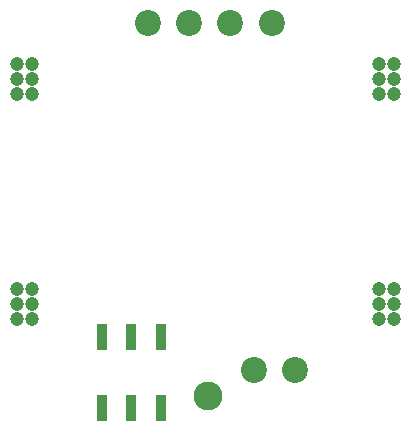
<source format=gts>
G04*
G04 #@! TF.GenerationSoftware,Altium Limited,Altium Designer,20.1.8 (145)*
G04*
G04 Layer_Color=8388736*
%FSTAX43Y43*%
%MOMM*%
G71*
G04*
G04 #@! TF.SameCoordinates,BC0BFB7A-5D47-4F10-95C9-8F0A950B5036*
G04*
G04*
G04 #@! TF.FilePolarity,Negative*
G04*
G01*
G75*
%ADD13R,0.960X2.200*%
%ADD14C,1.200*%
%ADD15C,2.450*%
%ADD16C,2.200*%
D13*
X0096649Y0080554D02*
D03*
X0099149D02*
D03*
X0101649D02*
D03*
Y0086554D02*
D03*
X0099149D02*
D03*
X0096649D02*
D03*
D14*
X0089479Y0109648D02*
D03*
X0090749D02*
D03*
X0089479Y0108378D02*
D03*
X0090749D02*
D03*
X0089479Y0107108D02*
D03*
X0090749D02*
D03*
X0120149Y0090648D02*
D03*
X0121419D02*
D03*
X0120149Y0089378D02*
D03*
X0121419D02*
D03*
X0120149Y0088108D02*
D03*
X0121419D02*
D03*
Y0107108D02*
D03*
X0120149D02*
D03*
X0121419Y0108378D02*
D03*
X0120149D02*
D03*
X0121419Y0109648D02*
D03*
X0120149D02*
D03*
X0090749Y0088108D02*
D03*
X0089479D02*
D03*
X0090749Y0089378D02*
D03*
X0089479D02*
D03*
X0090749Y0090648D02*
D03*
X0089479D02*
D03*
D15*
X0105649Y0081554D02*
D03*
D16*
X0100549Y0113154D02*
D03*
X0104049D02*
D03*
X0107549D02*
D03*
X0111049D02*
D03*
X0109549Y0083754D02*
D03*
X0113049D02*
D03*
M02*

</source>
